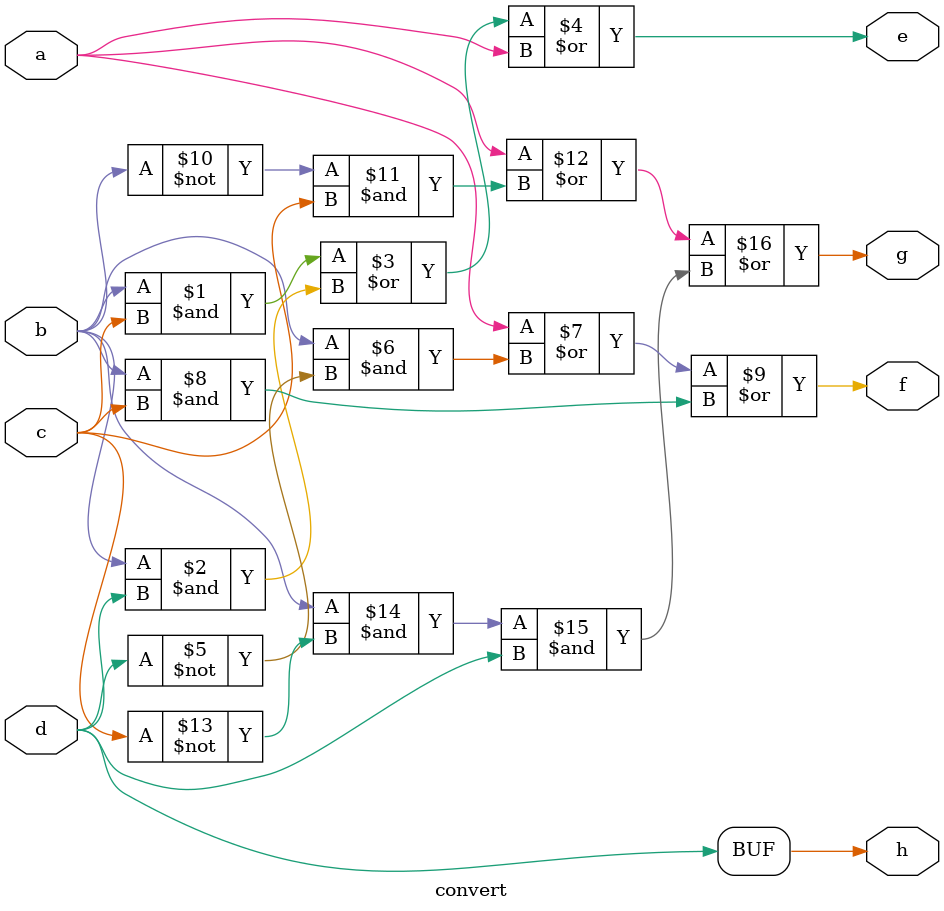
<source format=v>
`timescale 1ns / 1ps

module convert(
   input a,
   input b,
   input c,
   input d,
   output e,
   output f,
   output g,
   output h
    );
   
assign e = (b & c) | (b & d) | a;
assign f = a | (b & (~d)) | (b & c);
assign g = a | ((~b) & c) | (b & (~c) & d);
assign h = d;
    
endmodule

</source>
